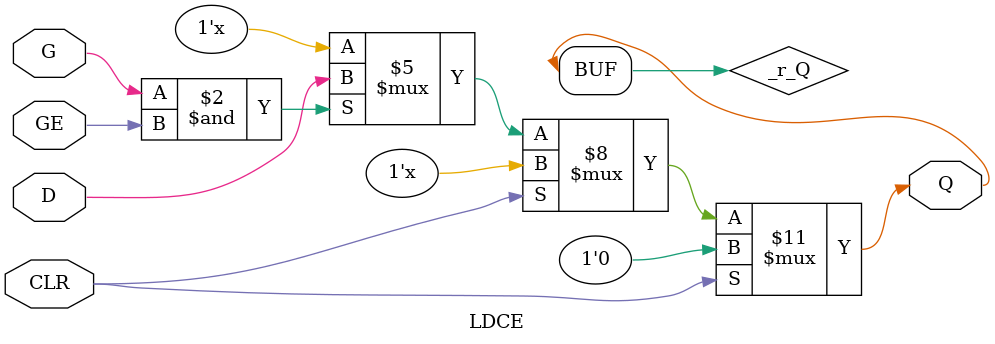
<source format=v>

`ifdef verilator3
`else
`timescale 1 ps / 1 ps
`endif

/* verilator coverage_off */
module LDCE
#(
    parameter INIT = 1'b0
)
(
    // Asynchronous clear
    input  wire CLR,
    // Latch
    input  wire G,
    // Latch enable
    input  wire GE,
    // Data in
    input  wire D,
    // Data out
    output wire Q
);
    reg _r_Q;

    initial begin : INIT_STATE
        _r_Q = INIT[0];
    end
    
    always @(CLR or G or GE or D) begin : LATCH
    
        if (CLR) begin
            _r_Q = 1'b0;
        end
        else if (G & GE) begin
            _r_Q = D;
        end
    end
    
    assign Q = _r_Q;

endmodule
/* verilator coverage_on */

</source>
